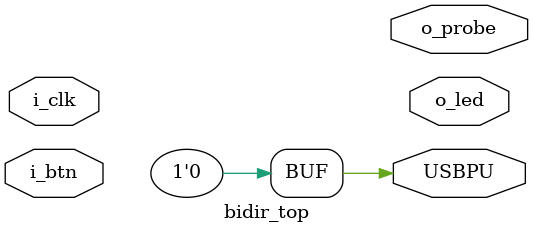
<source format=v>
`default_nettype none

module clk_div_2(
    input i_clk,
    output o_clk
);

    reg counter = 0;
    always @(posedge i_clk)
        counter <= counter + 1;
    assign o_clk = counter;

endmodule

module echo(
    input  wire i_clk,
    input  wire i_stb,
    inout       io_data
);

    wire io_data_in;
    reg  io_data_out = 0;
    reg  io_data_out_en = 0;
    assign io_data = io_data_out_en ? io_data_out : 1'bz;

    reg listen = 0;
    localparam [7:0] READ_COUNT = 8;
    reg [7:0] bits_read = 0;
    reg [READ_COUNT-1:0] data = 0;

    localparam [7:0] WAIT_CYCLES = 32;
    reg [7:0] wait_counter;

    localparam [1:0]    S_IDLE = 0,
                        S_LISTEN = 1,
                        S_WAIT = 2,
                        S_REPEAT = 3;
    reg [1:0] state = S_IDLE;

    always @(posedge i_clk) begin
        if (state == S_IDLE) begin
            if (i_stb) begin
                state <= S_LISTEN;
                bits_read <= 0;
            end
        end
        else if (state == S_LISTEN) begin
            if (bits_read == READ_COUNT-1) begin
                state <= S_WAIT;
                wait_counter <= 0;
            end

            data <= {data[READ_COUNT-2:0], io_data};
            bits_read <= bits_read + 1;
        end
        else if (state == S_WAIT) begin
            if (wait_counter == WAIT_CYCLES-1) begin
                state <= S_REPEAT;
                io_data_out_en <= 1;
                io_data_out <= data[READ_COUNT-1];
                data <= data << 1;
            end
            wait_counter <= wait_counter + 1;
        end
        else if (state == S_REPEAT) begin
            if (bits_read == 8'h01) begin
                state <= S_IDLE;
                io_data_out_en <= 0;
            end
            io_data_out <= data[READ_COUNT-1];
            data <= data << 1;
            bits_read <= bits_read - 1;
        end

        if (listen) begin

        end
    end

endmodule

module bidir_top(
    input  wire i_clk,      // 16MHz clock
    output wire o_led,      // User/boot LED next to power LED

    // Push Button
    input wire i_btn,       //                                      pin 16

    // Probe outputs
    output wire o_probe,    //                                      pin 11

    output wire USBPU       // USB pull-up resistor
);

    // drive USB pull-up resistor to '0' to disable USB
    assign USBPU = 0;

endmodule

</source>
